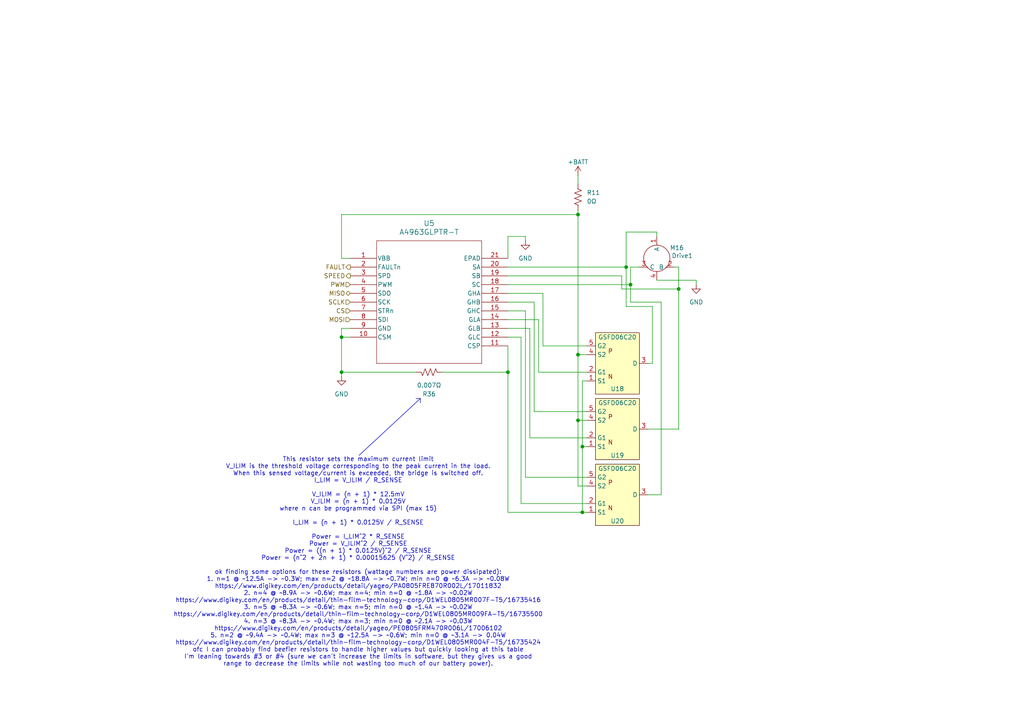
<source format=kicad_sch>
(kicad_sch (version 20250114) (generator "eeschema") (generator_version "9.0")
  (paper "A4")
  (lib_symbols
    (symbol "Nautilus:A4963GLPTR-T" (pin_names (offset 0.254))
      (property "Reference" "U" (at 22.86 10.16 0))
      (property "Value" "A4963GLPTR-T" (at 22.86 7.62 0))
      (symbol "A4963GLPTR-T_0_1"
        (polyline (pts (xy 7.62 5.08) (xy 7.62 -30.48)) (stroke (width 0.127)))
        (polyline (pts (xy 7.62 -30.48) (xy 38.1 -30.48)) (stroke (width 0.127)))
        (polyline (pts (xy 38.1 5.08) (xy 7.62 5.08)) (stroke (width 0.127)))
        (polyline (pts (xy 38.1 -30.48) (xy 38.1 5.08)) (stroke (width 0.127)))
      )
      (symbol "A4963GLPTR-T_1_1"
        (pin power_in line (at 0 0 0) (length 7.62) (name "VBB") (number "1"))
        (pin output line (at 0 -2.54 0) (length 7.62) (name "FAULTn") (number "2"))
        (pin output line (at 0 -5.08 0) (length 7.62) (name "SPD") (number "3"))
        (pin input line (at 0 -7.62 0) (length 7.62) (name "PWM") (number "4"))
        (pin tri_state line (at 0 -10.16 0) (length 7.62) (name "SDO") (number "5"))
        (pin input line (at 0 -12.7 0) (length 7.62) (name "SCK") (number "6"))
        (pin input line (at 0 -15.24 0) (length 7.62) (name "STRn") (number "7"))
        (pin input line (at 0 -17.78 0) (length 7.62) (name "SDI") (number "8"))
        (pin power_in line (at 0 -20.32 0) (length 7.62) (name "GND") (number "9"))
        (pin input line (at 0 -22.86 0) (length 7.62) (name "CSM") (number "10"))
        (pin passive line (at 45.72 0 180) (length 7.62) (name "EPAD") (number "21"))
        (pin input line (at 45.72 -2.54 180) (length 7.62) (name "SA") (number "20"))
        (pin input line (at 45.72 -5.08 180) (length 7.62) (name "SB") (number "19"))
        (pin input line (at 45.72 -7.62 180) (length 7.62) (name "SC") (number "18"))
        (pin output line (at 45.72 -10.16 180) (length 7.62) (name "GHA") (number "17"))
        (pin output line (at 45.72 -12.7 180) (length 7.62) (name "GHB") (number "16"))
        (pin output line (at 45.72 -15.24 180) (length 7.62) (name "GHC") (number "15"))
        (pin output line (at 45.72 -17.78 180) (length 7.62) (name "GLA") (number "14"))
        (pin output line (at 45.72 -20.32 180) (length 7.62) (name "GLB") (number "13"))
        (pin output line (at 45.72 -22.86 180) (length 7.62) (name "GLC") (number "12"))
        (pin input line (at 45.72 -25.4 180) (length 7.62) (name "CSP") (number "11"))
      )
    )
    (symbol "Nautilus:GSFD06C20"
      (property "Reference" "U" (at 0 7.62 0))
      (property "Value" "GSFD06C20" (at 0 -7.62 0))
      (symbol "GSFD06C20_1_1"
        (rectangle (start -6.35 8.89) (end 6.35 -8.89) (stroke (width 0) (color 72 0 0 1)) (fill (type color) (color 255 255 194 1)))
        (text "N" (at -2.032 3.81 0) (effects (font (size 1.27 1.27))))
        (text "P" (at -2.032 -3.556 0) (effects (font (size 1.27 1.27))))
        (pin power_in line (at -8.89 5.08 0) (length 2.54) (name "S1") (number "1"))
        (pin input line (at -8.89 2.54 0) (length 2.54) (name "G1") (number "2"))
        (pin power_in line (at -8.89 -2.54 0) (length 2.54) (name "S2") (number "4"))
        (pin input line (at -8.89 -5.08 0) (length 2.54) (name "G2") (number "5"))
        (pin bidirectional line (at 8.89 0 180) (length 2.54) (name "D") (number "3"))
      )
    )
    (symbol "Nautilus:Motor3Phase"
      (property "Reference" "M" (at 0 0 0))
      (symbol "Motor3Phase_0_1"
        (polyline (pts (xy -2.54 -2.54) (xy -2.54 -2.54)))
        (circle (center 0 0) (radius 3.81))
      )
      (symbol "Motor3Phase_1_1"
        (pin bidirectional line (at -5.08 -2.54 0) (length 2.54) (name "C") (number "3"))
        (pin bidirectional line (at 0 6.35 270) (length 2.54) (name "A") (number "1"))
        (pin passive line (at 0 -6.35 90) (length 2.54) (name "") (number "4"))
        (pin bidirectional line (at 5.08 -2.54 180) (length 2.54) (name "B") (number "2"))
      )
    )
    (symbol "Nautilus:R_US_Power" (pin_numbers (hide yes)) (pin_names (offset 0))
      (property "Reference" "R36" (at -2.54 -1.2701 0))
      (property "Value" "0Ω" (at -2.54 1.2699 0))
      (symbol "R_US_Power_0_1"
        (polyline (pts (xy 0 2.286) (xy 0 2.54)))
        (polyline (pts (xy 0 2.286) (xy 1.016 1.905) (xy 0 1.524) (xy -1.016 1.143) (xy 0 0.762)))
        (polyline (pts (xy 0 0.762) (xy 1.016 0.381) (xy 0 0) (xy -1.016 -0.381) (xy 0 -0.762)))
        (polyline (pts (xy 0 -0.762) (xy 1.016 -1.143) (xy 0 -1.524) (xy -1.016 -1.905) (xy 0 -2.286)))
        (polyline (pts (xy 0 -2.286) (xy 0 -2.54)))
      )
      (symbol "R_US_Power_1_1"
        (pin power_out line (at 0 3.81 270) (length 1.27) (name "~") (number "1"))
        (pin power_in line (at 0 -3.81 90) (length 1.27) (name "~") (number "2"))
      )
    )
    (symbol "power:+BATT" (power) (pin_numbers (hide yes)) (pin_names (offset 0) (hide yes))
      (property "Value" "+BATT" (at 0 3.556 0))
      (symbol "+BATT_0_1"
        (polyline (pts (xy -0.762 1.27) (xy 0 2.54)))
        (polyline (pts (xy 0 2.54) (xy 0.762 1.27)))
        (polyline (pts (xy 0 0) (xy 0 2.54)))
      )
      (symbol "+BATT_1_1"
        (pin power_in line (at 0 0 90) (length 0) (name "~") (number "1"))
      )
    )
    (symbol "power:GND" (power) (pin_numbers (hide yes)) (pin_names (offset 0) (hide yes))
      (property "Value" "GND" (at 0 -3.81 0))
      (symbol "GND_0_1"
        (polyline (pts (xy 0 0) (xy 0 -1.27) (xy 1.27 -1.27) (xy 0 -2.54) (xy -1.27 -1.27) (xy 0 -1.27)))
      )
      (symbol "GND_1_1"
        (pin power_in line (at 0 0 270) (length 0) (name "~") (number "1"))
      )
    )
  )
  (text "This resistor sets the maximum current limit\nV_ILIM is the threshold voltage corresponding to the peak current in the load.\nWhen this sensed voltage/current is exceeded, the bridge is switched off.\nI_LIM = V_ILIM / R_SENSE\n\nV_ILIM = (n + 1) * 12.5mV\nV_ILIM = (n + 1) * 0.0125V\nwhere n can be programmed via SPI (max 15)\n\nI_LIM = (n + 1) * 0.0125V / R_SENSE\n\nPower = I_LIM^2 * R_SENSE\nPower = V_ILIM^2 / R_SENSE\nPower = ((n + 1) * 0.0125V)^2 / R_SENSE\nPower = (n^2 + 2n + 1) * 0.00015625 (V^2) / R_SENSE\n\nok finding some options for these resistors (wattage numbers are power dissipated):\n1. n=1 @ ~12.5A -> ~0.3W; max n=2 @ ~18.8A -> ~0.7W; min n=0 @ ~6.3A -> ~0.08W\nhttps://www.digikey.com/en/products/detail/yageo/PA0805FRE870R002L/17011832\n2. n=4 @ ~8.9A -> ~0.6W; max n=4; min n=0 @ ~1.8A -> ~0.02W\nhttps://www.digikey.com/en/products/detail/thin-film-technology-corp/D1WEL0805MR007F-T5/16735416\n3. n=5 @ ~8.3A -> ~0.6W; max n=5; min n=0 @ ~1.4A -> ~0.02W\nhttps://www.digikey.com/en/products/detail/thin-film-technology-corp/D1WEL0805MR009FA-T5/16735500\n4. n=3 @ ~8.3A -> ~0.4W; max n=3; min n=0 @ ~2.1A -> ~0.03W\nhttps://www.digikey.com/en/products/detail/yageo/PE0805FRM470R006L/17006102\n5. n=2 @ ~9.4A -> ~0.4W; max n=3 @ ~12.5A -> ~0.6W; min n=0 @ ~3.1A -> 0.04W\nhttps://www.digikey.com/en/products/detail/thin-film-technology-corp/D1WEL0805MR004F-T5/16735424\nofc I can probably find beefier resistors to handle higher values but quickly looking at this table\nI'm leaning towards #3 or #4 (sure we can't increase the limits in software, but they gives us a good\nrange to decrease the limits while not wasting too much of our battery power)." (at 103.886 132.588 0) (effects (font (size 1.27 1.27)) (justify top)))
  (junction (at 168.91 148.59))
  (junction (at 168.91 129.54))
  (junction (at 196.85 83.82))
  (junction (at 147.32 107.95))
  (junction (at 99.06 107.95))
  (junction (at 182.88 82.55))
  (junction (at 181.61 77.47))
  (junction (at 99.06 97.79))
  (junction (at 167.64 62.23))
  (junction (at 167.64 102.87))
  (junction (at 167.64 121.92))
  (polyline (pts (xy 121.92 115.57) (xy 121.92 116.84)))
  (wire (pts (xy 189.23 88.9) (xy 181.61 88.9)))
  (wire (pts (xy 170.18 138.43) (xy 152.4 138.43)))
  (wire (pts (xy 152.4 138.43) (xy 152.4 90.17)))
  (wire (pts (xy 182.88 82.55) (xy 182.88 77.47)))
  (wire (pts (xy 168.91 110.49) (xy 170.18 110.49)))
  (wire (pts (xy 170.18 121.92) (xy 167.64 121.92)))
  (wire (pts (xy 196.85 83.82) (xy 196.85 77.47)))
  (wire (pts (xy 168.91 129.54) (xy 168.91 110.49)))
  (wire (pts (xy 147.32 95.25) (xy 153.67 95.25)))
  (wire (pts (xy 196.85 77.47) (xy 195.58 77.47)))
  (wire (pts (xy 168.91 148.59) (xy 147.32 148.59)))
  (wire (pts (xy 99.06 107.95) (xy 99.06 109.22)))
  (wire (pts (xy 167.64 62.23) (xy 167.64 102.87)))
  (wire (pts (xy 182.88 77.47) (xy 185.42 77.47)))
  (wire (pts (xy 196.85 124.46) (xy 196.85 83.82)))
  (wire (pts (xy 190.5 81.28) (xy 201.93 81.28)))
  (wire (pts (xy 189.23 105.41) (xy 189.23 88.9)))
  (wire (pts (xy 147.32 92.71) (xy 156.21 92.71)))
  (polyline (pts (xy 120.65 115.57) (xy 121.92 115.57)))
  (wire (pts (xy 157.48 100.33) (xy 157.48 85.09)))
  (wire (pts (xy 101.6 74.93) (xy 99.06 74.93)))
  (wire (pts (xy 181.61 88.9) (xy 181.61 77.47)))
  (wire (pts (xy 154.94 119.38) (xy 170.18 119.38)))
  (wire (pts (xy 147.32 97.79) (xy 151.13 97.79)))
  (wire (pts (xy 154.94 87.63) (xy 154.94 119.38)))
  (wire (pts (xy 147.32 77.47) (xy 181.61 77.47)))
  (wire (pts (xy 187.96 105.41) (xy 189.23 105.41)))
  (wire (pts (xy 167.64 50.8) (xy 167.64 53.34)))
  (wire (pts (xy 168.91 148.59) (xy 168.91 129.54)))
  (wire (pts (xy 147.32 100.33) (xy 147.32 107.95)))
  (wire (pts (xy 156.21 92.71) (xy 156.21 107.95)))
  (wire (pts (xy 99.06 97.79) (xy 101.6 97.79)))
  (wire (pts (xy 181.61 67.31) (xy 190.5 67.31)))
  (wire (pts (xy 151.13 97.79) (xy 151.13 146.05)))
  (wire (pts (xy 167.64 102.87) (xy 167.64 121.92)))
  (wire (pts (xy 153.67 95.25) (xy 153.67 127)))
  (wire (pts (xy 99.06 97.79) (xy 99.06 107.95)))
  (wire (pts (xy 157.48 85.09) (xy 147.32 85.09)))
  (wire (pts (xy 168.91 129.54) (xy 170.18 129.54)))
  (wire (pts (xy 147.32 87.63) (xy 154.94 87.63)))
  (wire (pts (xy 152.4 90.17) (xy 147.32 90.17)))
  (wire (pts (xy 182.88 87.63) (xy 182.88 82.55)))
  (wire (pts (xy 152.4 68.58) (xy 152.4 69.85)))
  (wire (pts (xy 181.61 77.47) (xy 181.61 67.31)))
  (polyline (pts (xy 104.14 132.08) (xy 121.92 115.57)))
  (wire (pts (xy 170.18 100.33) (xy 157.48 100.33)))
  (wire (pts (xy 99.06 74.93) (xy 99.06 62.23)))
  (wire (pts (xy 99.06 95.25) (xy 101.6 95.25)))
  (wire (pts (xy 151.13 146.05) (xy 170.18 146.05)))
  (wire (pts (xy 191.77 87.63) (xy 182.88 87.63)))
  (wire (pts (xy 201.93 81.28) (xy 201.93 82.55)))
  (wire (pts (xy 99.06 97.79) (xy 99.06 95.25)))
  (wire (pts (xy 170.18 140.97) (xy 167.64 140.97)))
  (wire (pts (xy 147.32 74.93) (xy 147.32 68.58)))
  (wire (pts (xy 153.67 127) (xy 170.18 127)))
  (wire (pts (xy 128.27 107.95) (xy 147.32 107.95)))
  (wire (pts (xy 167.64 60.96) (xy 167.64 62.23)))
  (wire (pts (xy 147.32 80.01) (xy 180.34 80.01)))
  (wire (pts (xy 147.32 107.95) (xy 147.32 148.59)))
  (wire (pts (xy 168.91 148.59) (xy 170.18 148.59)))
  (wire (pts (xy 187.96 143.51) (xy 191.77 143.51)))
  (wire (pts (xy 99.06 107.95) (xy 120.65 107.95)))
  (wire (pts (xy 99.06 62.23) (xy 167.64 62.23)))
  (wire (pts (xy 167.64 140.97) (xy 167.64 121.92)))
  (wire (pts (xy 147.32 68.58) (xy 152.4 68.58)))
  (wire (pts (xy 167.64 102.87) (xy 170.18 102.87)))
  (wire (pts (xy 190.5 67.31) (xy 190.5 68.58)))
  (wire (pts (xy 180.34 83.82) (xy 196.85 83.82)))
  (wire (pts (xy 156.21 107.95) (xy 170.18 107.95)))
  (wire (pts (xy 187.96 124.46) (xy 196.85 124.46)))
  (wire (pts (xy 180.34 80.01) (xy 180.34 83.82)))
  (wire (pts (xy 191.77 143.51) (xy 191.77 87.63)))
  (wire (pts (xy 147.32 82.55) (xy 182.88 82.55)))
  (hierarchical_label "FAULT" (shape output) (at 101.6 77.47 180))
  (hierarchical_label "CS" (shape input) (at 101.6 90.17 180))
  (hierarchical_label "SCLK" (shape input) (at 101.6 87.63 180))
  (hierarchical_label "PWM" (shape input) (at 101.6 82.55 180))
  (hierarchical_label "MISO" (shape tri_state) (at 101.6 85.09 180))
  (hierarchical_label "MOSI" (shape input) (at 101.6 92.71 180))
  (hierarchical_label "SPEED" (shape output) (at 101.6 80.01 180))
  (symbol (lib_id "Nautilus:Motor3Phase") (at 190.5 74.93 0) (unit 1)
    (property "Reference" "M16" (at 196.342 71.882 0))
    (property "Value" "Drive1" (at 197.866 74.168 0))
    (property "Footprint" "Connector_Molex:Molex_Mega-Fit_76829-0004_2x02_P5.70mm_Vertical" (effects (hide yes)))
  )
  (symbol (lib_id "Nautilus:R_US_Power") (at 167.64 57.15 180) (unit 1)
    (property "Reference" "R11" (at 170.18 55.8799 0) (effects (justify right)))
    (property "Value" "0Ω" (at 170.18 58.4199 0) (effects (justify right)))
    (property "Footprint" "Resistor_SMD:R_0805_2012Metric" (effects (hide yes)))
    (property "Description" "Resistor, US symbol" (effects (hide yes)))
  )
  (symbol (lib_id "power:+BATT") (at 167.64 50.8 0) (unit 1)
    (property "Reference" "#PWR038" (effects (hide yes)))
    (property "Value" "+BATT" (at 167.64 46.99 0))
    (property "Description" "Power symbol creates a global label with name \"+BATT\"" (effects (hide yes)))
  )
  (symbol (lib_id "power:GND") (at 152.4 69.85 0) (unit 1)
    (property "Reference" "#PWR039" (effects (hide yes)))
    (property "Value" "GND" (at 152.4 74.93 0))
    (property "Description" "Power symbol creates a global label with name \"GND\" , ground" (effects (hide yes)))
  )
  (symbol (lib_id "power:GND") (at 99.06 109.22 0) (unit 1)
    (property "Reference" "#PWR037" (effects (hide yes)))
    (property "Value" "GND" (at 99.06 114.3 0))
    (property "Description" "Power symbol creates a global label with name \"GND\" , ground" (effects (hide yes)))
  )
  (symbol (lib_id "Nautilus:GSFD06C20") (at 179.07 124.46 0) (mirror x) (unit 1)
    (property "Reference" "U19" (at 179.07 132.08 0))
    (property "Value" "GSFD06C20" (at 179.07 116.84 0))
    (property "Footprint" "Package_TO_SOT_SMD:TO-252-4" (effects (hide yes)))
    (property "Datasheet" "https://goodarksemi.com/docs/datasheets/comp_mosfets/GSFD06C20.pdf" (effects (hide yes)))
  )
  (symbol (lib_id "power:GND") (at 201.93 82.55 0) (unit 1)
    (property "Reference" "#PWR041" (effects (hide yes)))
    (property "Value" "GND" (at 201.93 87.63 0))
    (property "Description" "Power symbol creates a global label with name \"GND\" , ground" (effects (hide yes)))
  )
  (symbol (lib_id "Nautilus:R_US_Power") (at 124.46 107.95 270) (mirror x) (unit 1)
    (property "Reference" "R36" (at 124.46 114.3 90))
    (property "Value" "0.007Ω" (at 124.46 111.76 90))
    (property "Footprint" "Resistor_SMD:R_0805_2012Metric" (effects (hide yes)))
    (property "Description" "Resistor, US symbol" (effects (hide yes)))
  )
  (symbol (lib_id "Nautilus:A4963GLPTR-T") (at 101.6 74.93 0) (unit 1)
    (property "Reference" "U5" (at 124.46 64.77 0) (effects (font (size 1.524 1.524))))
    (property "Value" "A4963GLPTR-T" (at 124.46 67.31 0) (effects (font (size 1.524 1.524))))
    (property "Footprint" "Package_SO:ETSSOP-20-1EP_4.4x6.5mm_P0.65mm_EP3x4.2mm" (effects (hide yes)))
    (property "Datasheet" "https://www.allegromicro.com/~/media/Files/Datasheets/A4963-Datasheet.ashx" (effects (hide yes)))
  )
  (symbol (lib_id "Nautilus:GSFD06C20") (at 179.07 105.41 0) (mirror x) (unit 1)
    (property "Reference" "U18" (at 179.07 112.776 0))
    (property "Value" "GSFD06C20" (at 179.07 97.79 0))
    (property "Footprint" "Package_TO_SOT_SMD:TO-252-4" (effects (hide yes)))
    (property "Datasheet" "https://goodarksemi.com/docs/datasheets/comp_mosfets/GSFD06C20.pdf" (effects (hide yes)))
  )
  (symbol (lib_id "Nautilus:GSFD06C20") (at 179.07 143.51 0) (mirror x) (unit 1)
    (property "Reference" "U20" (at 179.07 151.13 0))
    (property "Value" "GSFD06C20" (at 179.07 135.89 0))
    (property "Footprint" "Package_TO_SOT_SMD:TO-252-4" (effects (hide yes)))
    (property "Datasheet" "https://goodarksemi.com/docs/datasheets/comp_mosfets/GSFD06C20.pdf" (effects (hide yes)))
  )
)
</source>
